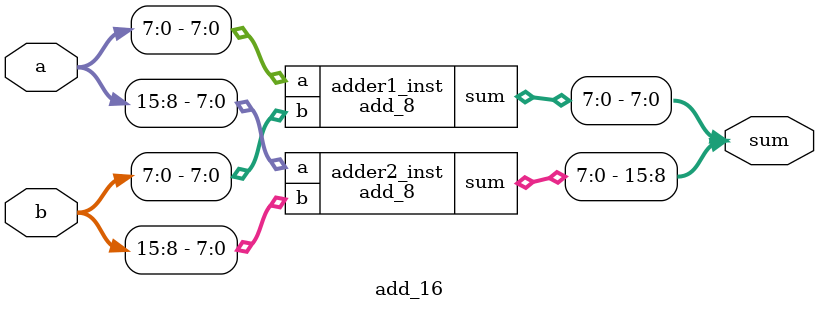
<source format=v>

module top_module(
    input [31:0] a,
    input [31:0] b,
    input sel,
    output [31:0] sum
);

wire [7:0] adder1_out;
wire [7:0] adder2_out;
wire [15:0] adder3_out;
wire [3:0] mux_out;

mux_3_4 mux_inst(
    .a(a[23]),
    .b(a[15]),
    .c(a[7]),
    .sel(sel),
    .y(mux_out)
);

add_8 adder1_inst(
    .a(a[7:0]),
    .b(b[7:0]),
    .sum(adder1_out)
);

add_8 adder2_inst(
    .a(a[15:8]),
    .b(b[15:8]),
    .sum(adder2_out)
);

add_16 adder3_inst(
    .a(a[31:16]),
    .b(b[31:16]),
    .sum(adder3_out)
);

assign sum = sel ? {mux_out, a[31:23]} + b : a + b;

endmodule

module mux_3_4(
    input a,
    input b,
    input c,
    input sel,
    output [3:0] y
);

assign y[0] = (~sel & ~a) & b;
assign y[1] = (~sel & a) & c;
assign y[2] = (sel & ~a) & b;
assign y[3] = (sel & a) & c;

endmodule

module add_8(
    input [7:0] a,
    input [7:0] b,
    output [7:0] sum
);

assign sum = a + b;

endmodule

module add_16(
    input [15:0] a,
    input [15:0] b,
    output [15:0] sum
);

add_8 adder1_inst(
    .a(a[7:0]),
    .b(b[7:0]),
    .sum(sum[7:0])
);

add_8 adder2_inst(
    .a(a[15:8]),
    .b(b[15:8]),
    .sum(sum[15:8])
);

endmodule

</source>
